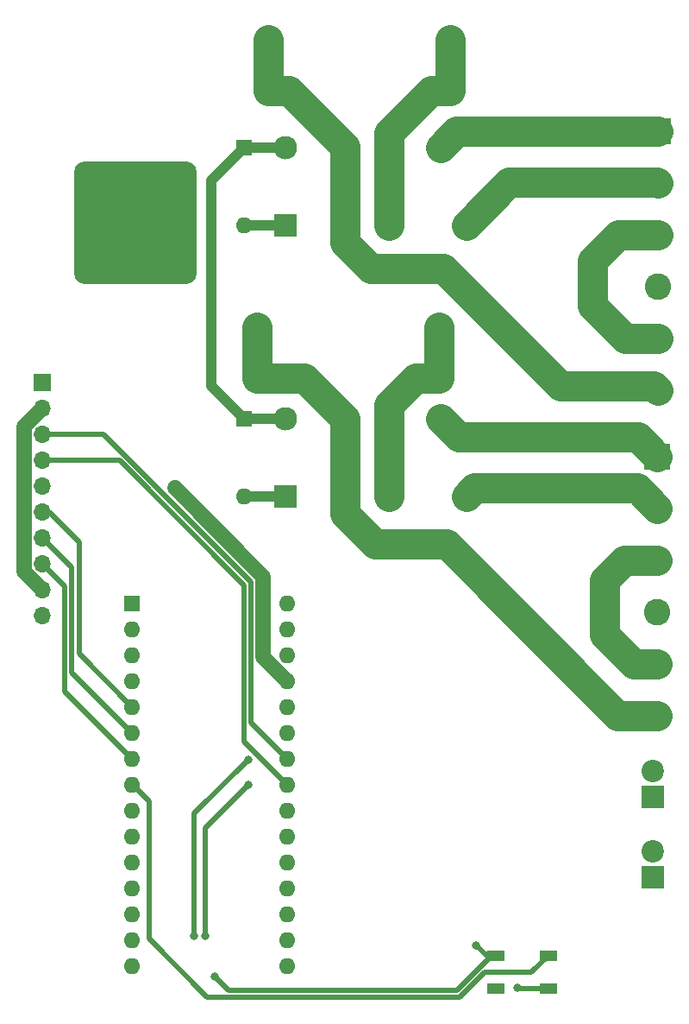
<source format=gbr>
%TF.GenerationSoftware,KiCad,Pcbnew,8.0.5*%
%TF.CreationDate,2024-09-29T22:12:38-04:00*%
%TF.ProjectId,BREAD_Slice,42524541-445f-4536-9c69-63652e6b6963,rev?*%
%TF.SameCoordinates,PX74eba40PY8552dc0*%
%TF.FileFunction,Copper,L1,Top*%
%TF.FilePolarity,Positive*%
%FSLAX46Y46*%
G04 Gerber Fmt 4.6, Leading zero omitted, Abs format (unit mm)*
G04 Created by KiCad (PCBNEW 8.0.5) date 2024-09-29 22:12:38*
%MOMM*%
%LPD*%
G01*
G04 APERTURE LIST*
G04 Aperture macros list*
%AMRoundRect*
0 Rectangle with rounded corners*
0 $1 Rounding radius*
0 $2 $3 $4 $5 $6 $7 $8 $9 X,Y pos of 4 corners*
0 Add a 4 corners polygon primitive as box body*
4,1,4,$2,$3,$4,$5,$6,$7,$8,$9,$2,$3,0*
0 Add four circle primitives for the rounded corners*
1,1,$1+$1,$2,$3*
1,1,$1+$1,$4,$5*
1,1,$1+$1,$6,$7*
1,1,$1+$1,$8,$9*
0 Add four rect primitives between the rounded corners*
20,1,$1+$1,$2,$3,$4,$5,0*
20,1,$1+$1,$4,$5,$6,$7,0*
20,1,$1+$1,$6,$7,$8,$9,0*
20,1,$1+$1,$8,$9,$2,$3,0*%
G04 Aperture macros list end*
%TA.AperFunction,ComponentPad*%
%ADD10R,1.600000X1.600000*%
%TD*%
%TA.AperFunction,ComponentPad*%
%ADD11O,1.600000X1.600000*%
%TD*%
%TA.AperFunction,ComponentPad*%
%ADD12R,1.700000X1.700000*%
%TD*%
%TA.AperFunction,ComponentPad*%
%ADD13O,1.700000X1.700000*%
%TD*%
%TA.AperFunction,SMDPad,CuDef*%
%ADD14RoundRect,1.000000X-5.000000X-5.000000X5.000000X-5.000000X5.000000X5.000000X-5.000000X5.000000X0*%
%TD*%
%TA.AperFunction,ComponentPad*%
%ADD15R,2.200000X2.200000*%
%TD*%
%TA.AperFunction,ComponentPad*%
%ADD16C,2.200000*%
%TD*%
%TA.AperFunction,ComponentPad*%
%ADD17RoundRect,0.550000X-0.550000X-0.550000X0.550000X-0.550000X0.550000X0.550000X-0.550000X0.550000X0*%
%TD*%
%TA.AperFunction,ComponentPad*%
%ADD18R,2.300000X2.300000*%
%TD*%
%TA.AperFunction,ComponentPad*%
%ADD19C,2.300000*%
%TD*%
%TA.AperFunction,SMDPad,CuDef*%
%ADD20R,1.651000X1.000000*%
%TD*%
%TA.AperFunction,ComponentPad*%
%ADD21R,2.600000X2.600000*%
%TD*%
%TA.AperFunction,ComponentPad*%
%ADD22C,2.600000*%
%TD*%
%TA.AperFunction,ViaPad*%
%ADD23C,0.800000*%
%TD*%
%TA.AperFunction,ViaPad*%
%ADD24C,0.500000*%
%TD*%
%TA.AperFunction,ViaPad*%
%ADD25C,1.500000*%
%TD*%
%TA.AperFunction,Conductor*%
%ADD26C,0.500000*%
%TD*%
%TA.AperFunction,Conductor*%
%ADD27C,1.500000*%
%TD*%
%TA.AperFunction,Conductor*%
%ADD28C,1.000000*%
%TD*%
%TA.AperFunction,Conductor*%
%ADD29C,3.000000*%
%TD*%
G04 APERTURE END LIST*
D10*
%TO.P,A1,1,D1/TX*%
%TO.N,unconnected-(A1-D1{slash}TX-Pad1)*%
X12400000Y39800000D03*
D11*
%TO.P,A1,2,D0/RX*%
%TO.N,unconnected-(A1-D0{slash}RX-Pad2)*%
X12400000Y37260000D03*
%TO.P,A1,3,~{RESET}*%
%TO.N,unconnected-(A1-~{RESET}-Pad3)*%
X12400000Y34720000D03*
%TO.P,A1,4,GND*%
%TO.N,GND*%
X12400000Y32180000D03*
%TO.P,A1,5,D2*%
%TO.N,/E_STOP*%
X12400000Y29640000D03*
%TO.P,A1,6,D3*%
%TO.N,/INT*%
X12400000Y27100000D03*
%TO.P,A1,7,D4*%
%TO.N,/SYNC*%
X12400000Y24560000D03*
%TO.P,A1,8,D5*%
%TO.N,/LED*%
X12400000Y22020000D03*
%TO.P,A1,9,D6*%
%TO.N,/Relay1*%
X12400000Y19480000D03*
%TO.P,A1,10,D7*%
%TO.N,/Relay2*%
X12400000Y16940000D03*
%TO.P,A1,11,D8*%
%TO.N,unconnected-(A1-D8-Pad11)*%
X12400000Y14400000D03*
%TO.P,A1,12,D9*%
%TO.N,unconnected-(A1-D9-Pad12)*%
X12400000Y11860000D03*
%TO.P,A1,13,D10*%
%TO.N,/SS1*%
X12400000Y9320000D03*
%TO.P,A1,14,D11*%
%TO.N,/DATA*%
X12400000Y6780000D03*
%TO.P,A1,15,D12*%
%TO.N,/SS2*%
X12400000Y4240000D03*
%TO.P,A1,16,D13*%
%TO.N,/CLK*%
X27640000Y4240000D03*
%TO.P,A1,17,3V3*%
%TO.N,unconnected-(A1-3V3-Pad17)*%
X27640000Y6780000D03*
%TO.P,A1,18,AREF*%
%TO.N,unconnected-(A1-AREF-Pad18)*%
X27640000Y9320000D03*
%TO.P,A1,19,A0*%
%TO.N,unconnected-(A1-A0-Pad19)*%
X27640000Y11860000D03*
%TO.P,A1,20,A1*%
%TO.N,unconnected-(A1-A1-Pad20)*%
X27640000Y14400000D03*
%TO.P,A1,21,A2*%
%TO.N,unconnected-(A1-A2-Pad21)*%
X27640000Y16940000D03*
%TO.P,A1,22,A3*%
%TO.N,unconnected-(A1-A3-Pad22)*%
X27640000Y19480000D03*
%TO.P,A1,23,A4*%
%TO.N,/I2C_DAT*%
X27640000Y22020000D03*
%TO.P,A1,24,A5*%
%TO.N,/I2C_CLK*%
X27640000Y24560000D03*
%TO.P,A1,25,A6*%
%TO.N,unconnected-(A1-A6-Pad25)*%
X27640000Y27100000D03*
%TO.P,A1,26,A7*%
%TO.N,unconnected-(A1-A7-Pad26)*%
X27640000Y29640000D03*
%TO.P,A1,27,+5V*%
%TO.N,+5V*%
X27640000Y32180000D03*
%TO.P,A1,28,~{RESET}*%
%TO.N,unconnected-(A1-~{RESET}-Pad28)*%
X27640000Y34720000D03*
%TO.P,A1,29,GND*%
%TO.N,GND*%
X27640000Y37260000D03*
%TO.P,A1,30,VIN*%
%TO.N,unconnected-(A1-VIN-Pad30)*%
X27640000Y39800000D03*
%TD*%
D12*
%TO.P,J2,1,Pin_1*%
%TO.N,GND*%
X3600000Y61450000D03*
D13*
%TO.P,J2,2,Pin_2*%
%TO.N,+12V*%
X3600000Y58910000D03*
%TO.P,J2,3,Pin_3*%
%TO.N,/I2C_CLK*%
X3600000Y56370000D03*
%TO.P,J2,4,Pin_4*%
%TO.N,/I2C_DAT*%
X3600000Y53830000D03*
%TO.P,J2,5,Pin_5*%
%TO.N,GND*%
X3600000Y51290000D03*
%TO.P,J2,6,Pin_6*%
%TO.N,/E_STOP*%
X3600000Y48750000D03*
%TO.P,J2,7,Pin_7*%
%TO.N,/INT*%
X3600000Y46210000D03*
%TO.P,J2,8,Pin_8*%
%TO.N,/SYNC*%
X3600000Y43670000D03*
%TO.P,J2,9,Pin_9*%
%TO.N,+12V*%
X3600000Y41130000D03*
%TO.P,J2,10,Pin_10*%
%TO.N,GND*%
X3600000Y38590000D03*
%TD*%
D10*
%TO.P,D3,1,K*%
%TO.N,+12V*%
X23400000Y57910000D03*
D11*
%TO.P,D3,2,A*%
%TO.N,Net-(D3-A)*%
X23400000Y50290000D03*
%TD*%
D14*
%TO.P,HS1,1*%
%TO.N,GND*%
X12700000Y77100000D03*
%TD*%
D15*
%TO.P,J3,1,Pin_1*%
%TO.N,/MAX31855K/T+*%
X63500000Y20800000D03*
D16*
%TO.P,J3,2,Pin_2*%
%TO.N,/MAX31855K/T-*%
X63500000Y23340000D03*
%TD*%
D17*
%TO.P,F2,1*%
%TO.N,Net-(J6-Pin_6)*%
X24700000Y66900000D03*
X24700000Y61900000D03*
D16*
%TO.P,F2,2*%
%TO.N,/Relay1/IN*%
X42500000Y66900000D03*
X42500000Y61900000D03*
%TD*%
D18*
%TO.P,K2,1*%
%TO.N,Net-(D3-A)*%
X27425000Y50300000D03*
D19*
%TO.P,K2,2*%
%TO.N,/Relay1/IN*%
X37585000Y50300000D03*
%TO.P,K2,3*%
%TO.N,/Relay1/NO*%
X45205000Y50300000D03*
%TO.P,K2,4*%
%TO.N,/Relay1/NC*%
X42665000Y57920000D03*
%TO.P,K2,5*%
%TO.N,+12V*%
X27425000Y57920000D03*
%TD*%
D20*
%TO.P,D1,1,VDD*%
%TO.N,+5V*%
X48123000Y5267231D03*
%TO.P,D1,2,DOUT*%
%TO.N,unconnected-(D1-DOUT-Pad2)*%
X48123000Y2067231D03*
%TO.P,D1,3,VSS*%
%TO.N,GND*%
X53277000Y2067231D03*
%TO.P,D1,4,DIN*%
%TO.N,/LED*%
X53277000Y5267231D03*
%TD*%
D17*
%TO.P,F1,1*%
%TO.N,Net-(J5-Pin_6)*%
X25800000Y95100000D03*
X25800000Y90100000D03*
D16*
%TO.P,F1,2*%
%TO.N,/Relay/IN*%
X43600000Y95100000D03*
X43600000Y90100000D03*
%TD*%
D10*
%TO.P,D2,1,K*%
%TO.N,+12V*%
X23400000Y84510000D03*
D11*
%TO.P,D2,2,A*%
%TO.N,Net-(D2-A)*%
X23400000Y76890000D03*
%TD*%
D21*
%TO.P,J5,1,Pin_1*%
%TO.N,/Relay/NC*%
X64000000Y86100000D03*
D22*
%TO.P,J5,2,Pin_2*%
%TO.N,/Relay/NO*%
X64000000Y81020000D03*
%TO.P,J5,3,Pin_3*%
%TO.N,Net-(J5-Pin_3)*%
X64000000Y75940000D03*
%TO.P,J5,4,Pin_4*%
%TO.N,GND*%
X64000000Y70860000D03*
%TO.P,J5,5,Pin_5*%
%TO.N,Net-(J5-Pin_3)*%
X64000000Y65780000D03*
%TO.P,J5,6,Pin_6*%
%TO.N,Net-(J5-Pin_6)*%
X64000000Y60700000D03*
%TD*%
D15*
%TO.P,J4,1,Pin_1*%
%TO.N,/MAX31855K1/T+*%
X63500000Y12960000D03*
D16*
%TO.P,J4,2,Pin_2*%
%TO.N,/MAX31855K1/T-*%
X63500000Y15500000D03*
%TD*%
D18*
%TO.P,K1,1*%
%TO.N,Net-(D2-A)*%
X27425000Y76900000D03*
D19*
%TO.P,K1,2*%
%TO.N,/Relay/IN*%
X37585000Y76900000D03*
%TO.P,K1,3*%
%TO.N,/Relay/NO*%
X45205000Y76900000D03*
%TO.P,K1,4*%
%TO.N,/Relay/NC*%
X42665000Y84520000D03*
%TO.P,K1,5*%
%TO.N,+12V*%
X27425000Y84520000D03*
%TD*%
D21*
%TO.P,J6,1,Pin_1*%
%TO.N,/Relay1/NC*%
X63995000Y54200000D03*
D22*
%TO.P,J6,2,Pin_2*%
%TO.N,/Relay1/NO*%
X63995000Y49120000D03*
%TO.P,J6,3,Pin_3*%
%TO.N,Net-(J6-Pin_3)*%
X63995000Y44040000D03*
%TO.P,J6,4,Pin_4*%
%TO.N,GND*%
X63995000Y38960000D03*
%TO.P,J6,5,Pin_5*%
%TO.N,Net-(J6-Pin_3)*%
X63995000Y33880000D03*
%TO.P,J6,6,Pin_6*%
%TO.N,Net-(J6-Pin_6)*%
X63995000Y28800000D03*
%TD*%
D23*
%TO.N,GND*%
X18200000Y77650000D03*
X18200000Y80550000D03*
D24*
X12100000Y77500000D03*
D23*
X7700000Y72000000D03*
X7500000Y75250000D03*
D24*
X12500000Y79700000D03*
X11200000Y77500000D03*
D23*
X11300000Y82250000D03*
X50200000Y2100000D03*
D24*
X11400000Y80500000D03*
X13700000Y80500000D03*
X10100000Y74800000D03*
D23*
X18200000Y72650000D03*
D24*
X12500000Y78400000D03*
D23*
%TO.N,+5V*%
X46200000Y6300000D03*
D25*
X16600000Y51100000D03*
D23*
X20500000Y3249500D03*
%TO.N,/I2C_CLK*%
X18500000Y7200000D03*
X23800000Y24500000D03*
%TO.N,/I2C_DAT*%
X23800000Y22000000D03*
X19600000Y7200000D03*
%TD*%
D26*
%TO.N,GND*%
X50200000Y2100000D02*
X50232769Y2067231D01*
X50232769Y2067231D02*
X53277000Y2067231D01*
%TO.N,+5V*%
X21849500Y1900000D02*
X44310050Y1900000D01*
D27*
X27620000Y32180000D02*
X27640000Y32180000D01*
D26*
X20500000Y3249500D02*
X21849500Y1900000D01*
D27*
X16600000Y51100000D02*
X25300000Y42400000D01*
D26*
X44310050Y1900000D02*
X47677281Y5267231D01*
X47232769Y5267231D02*
X46200000Y6300000D01*
D27*
X25300000Y34500000D02*
X27620000Y32180000D01*
D26*
X48123000Y5267231D02*
X47232769Y5267231D01*
D27*
X25300000Y42400000D02*
X25300000Y34500000D01*
D26*
X47677281Y5267231D02*
X48123000Y5267231D01*
%TO.N,/LED*%
X19800000Y1200000D02*
X44600000Y1200000D01*
X12400000Y22020000D02*
X12480000Y22020000D01*
X44600000Y1200000D02*
X47000000Y3600000D01*
X51609769Y3600000D02*
X53277000Y5267231D01*
X14100000Y20400000D02*
X14100000Y6900000D01*
X47000000Y3600000D02*
X51609769Y3600000D01*
X14100000Y6900000D02*
X19800000Y1200000D01*
X12480000Y22020000D02*
X14100000Y20400000D01*
%TO.N,/I2C_CLK*%
X27640000Y24560000D02*
X24100000Y28100000D01*
X24100000Y41900000D02*
X9630000Y56370000D01*
X18500000Y7200000D02*
X18500000Y19200000D01*
X9630000Y56370000D02*
X3600000Y56370000D01*
X18500000Y19200000D02*
X23800000Y24500000D01*
X24100000Y28100000D02*
X24100000Y41900000D01*
%TO.N,/I2C_DAT*%
X27640000Y22020000D02*
X23400000Y26260000D01*
X19600000Y17800000D02*
X19600000Y7200000D01*
X23800000Y22000000D02*
X19600000Y17800000D01*
X11180050Y53830000D02*
X3600000Y53830000D01*
X23400000Y41610050D02*
X11180050Y53830000D01*
X23400000Y26260000D02*
X23400000Y41610050D01*
%TO.N,/SYNC*%
X5800000Y31160000D02*
X12400000Y24560000D01*
X5800000Y41470000D02*
X5800000Y31160000D01*
X3600000Y43670000D02*
X5800000Y41470000D01*
%TO.N,/E_STOP*%
X4250000Y48750000D02*
X7200000Y45800000D01*
X7200000Y45800000D02*
X7200000Y34840000D01*
X3600000Y48750000D02*
X4250000Y48750000D01*
X7200000Y34840000D02*
X12400000Y29640000D01*
D27*
%TO.N,+12V*%
X3594415Y58910000D02*
X1800000Y57115585D01*
D28*
X23400000Y84500000D02*
X23400000Y84510000D01*
X23390000Y57900000D02*
X23400000Y57910000D01*
X23400000Y84510000D02*
X20200000Y81310000D01*
X23400000Y57910000D02*
X23400000Y57900000D01*
X22410000Y58900000D02*
X23400000Y57910000D01*
X20200000Y61110000D02*
X23400000Y57910000D01*
D27*
X3600000Y58910000D02*
X3594415Y58910000D01*
X1800000Y57115585D02*
X1800000Y42924415D01*
D28*
X3600000Y58910000D02*
X3610000Y58900000D01*
D27*
X1800000Y42924415D02*
X3594415Y41130000D01*
X3594415Y41130000D02*
X3600000Y41130000D01*
D28*
X20200000Y81310000D02*
X20200000Y61110000D01*
X23400000Y84510000D02*
X27415000Y84510000D01*
X23400000Y57910000D02*
X27415000Y57910000D01*
D26*
%TO.N,/INT*%
X6500000Y43310000D02*
X6500000Y33000000D01*
X3600000Y46210000D02*
X6500000Y43310000D01*
X6500000Y33000000D02*
X12400000Y27100000D01*
D28*
%TO.N,Net-(D2-A)*%
X23400000Y76890000D02*
X27415000Y76890000D01*
%TO.N,Net-(D3-A)*%
X23400000Y50290000D02*
X27415000Y50290000D01*
D29*
%TO.N,Net-(J6-Pin_6)*%
X43300000Y45600000D02*
X36300000Y45600000D01*
X33335000Y48565000D02*
X33335000Y57907700D01*
X36300000Y45600000D02*
X33335000Y48565000D01*
X33335000Y57907700D02*
X29342700Y61900000D01*
X29342700Y61900000D02*
X24700000Y61900000D01*
X60100000Y28800000D02*
X43300000Y45600000D01*
X24700000Y61900000D02*
X24700000Y66900000D01*
X63995000Y28800000D02*
X60100000Y28800000D01*
%TO.N,/Relay/IN*%
X43600000Y90100000D02*
X43600000Y95100000D01*
X37585000Y85927700D02*
X41757300Y90100000D01*
X37585000Y76900000D02*
X37585000Y85927700D01*
X41757300Y90100000D02*
X43600000Y90100000D01*
%TO.N,/Relay1/IN*%
X37585000Y59227700D02*
X37585000Y50300000D01*
X40257300Y61900000D02*
X37585000Y59227700D01*
X42500000Y61900000D02*
X42500000Y66900000D01*
X42500000Y61900000D02*
X40257300Y61900000D01*
%TO.N,/Relay/NO*%
X49405000Y81100000D02*
X45205000Y76900000D01*
X64000000Y81020000D02*
X63920000Y81100000D01*
X63920000Y81100000D02*
X49405000Y81100000D01*
%TO.N,/Relay/NC*%
X64000000Y86100000D02*
X44245000Y86100000D01*
X44245000Y86100000D02*
X42665000Y84520000D01*
%TO.N,Net-(J6-Pin_3)*%
X60740000Y44040000D02*
X58800000Y42100000D01*
X58800000Y42100000D02*
X58800000Y36750000D01*
X61670000Y33880000D02*
X63995000Y33880000D01*
X63995000Y44040000D02*
X60740000Y44040000D01*
X58800000Y36750000D02*
X61670000Y33880000D01*
%TO.N,/Relay1/NC*%
X62095000Y56100000D02*
X63995000Y54200000D01*
X42665000Y57920000D02*
X44485000Y56100000D01*
X44485000Y56100000D02*
X62095000Y56100000D01*
%TO.N,/Relay1/NO*%
X46005000Y51100000D02*
X45205000Y50300000D01*
X62015000Y51100000D02*
X46005000Y51100000D01*
X63995000Y49120000D02*
X62015000Y51100000D01*
%TO.N,Net-(J5-Pin_6)*%
X25800000Y90100000D02*
X25800000Y95100000D01*
X64000000Y60700000D02*
X63600000Y61100000D01*
X33335000Y75139592D02*
X33335000Y84607700D01*
X63600000Y61100000D02*
X54500000Y61100000D01*
X33335000Y84607700D02*
X27842700Y90100000D01*
X42950000Y72650000D02*
X35824592Y72650000D01*
X54500000Y61100000D02*
X42950000Y72650000D01*
X27842700Y90100000D02*
X25800000Y90100000D01*
X35824592Y72650000D02*
X33335000Y75139592D01*
%TO.N,Net-(J5-Pin_3)*%
X57600000Y73400000D02*
X57600000Y69000000D01*
X57600000Y69000000D02*
X60820000Y65780000D01*
X64000000Y75940000D02*
X60140000Y75940000D01*
X60820000Y65780000D02*
X64000000Y65780000D01*
X60140000Y75940000D02*
X57600000Y73400000D01*
%TD*%
M02*

</source>
